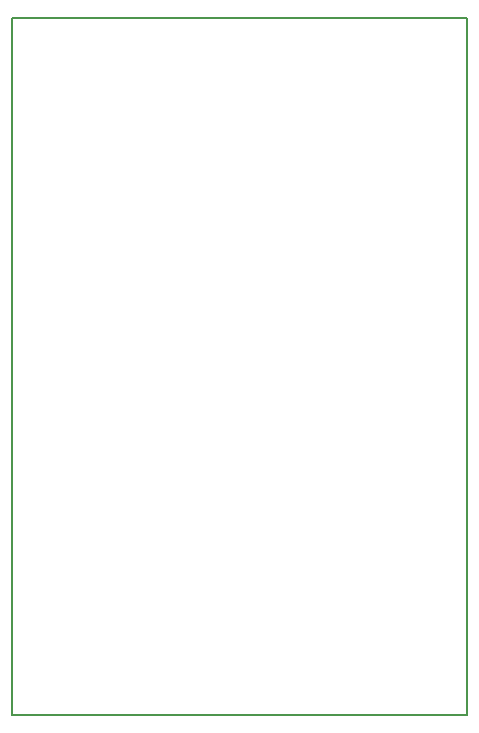
<source format=gbr>
%FSLAX46Y46*%
G04 Gerber Fmt 4.6, Leading zero omitted, Abs format (unit mm)*
G04 Created by KiCad (PCBNEW (2014-08-31 BZR 5107)-product) date fre  5 sep 2014 17:45:16*
%MOMM*%
G01*
G04 APERTURE LIST*
%ADD10C,0.150000*%
G04 APERTURE END LIST*
D10*
X117000000Y-80000000D02*
X78500000Y-80000000D01*
X117000000Y-139000000D02*
X117000000Y-80000000D01*
X78500000Y-139000000D02*
X117000000Y-139000000D01*
X78500000Y-80000000D02*
X78500000Y-139000000D01*
M02*

</source>
